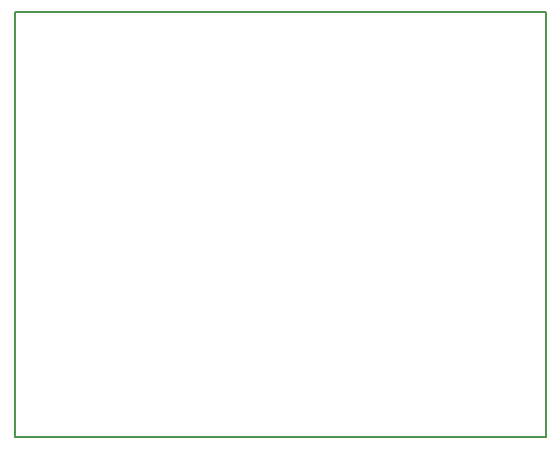
<source format=gbr>
G04 #@! TF.GenerationSoftware,KiCad,Pcbnew,(5.0.0-rc3)*
G04 #@! TF.CreationDate,2018-08-22T01:59:55-07:00*
G04 #@! TF.ProjectId,JIGU MATOME,4A494755204D41544F4D452E6B696361,rev?*
G04 #@! TF.SameCoordinates,Original*
G04 #@! TF.FileFunction,Profile,NP*
%FSLAX46Y46*%
G04 Gerber Fmt 4.6, Leading zero omitted, Abs format (unit mm)*
G04 Created by KiCad (PCBNEW (5.0.0-rc3)) date 08/22/18 01:59:55*
%MOMM*%
%LPD*%
G01*
G04 APERTURE LIST*
%ADD10C,0.200000*%
%ADD11C,0.150000*%
G04 APERTURE END LIST*
D10*
X164750000Y-81000000D02*
X164750000Y-117000000D01*
X119750000Y-81000000D02*
X164750000Y-81000000D01*
X119750000Y-117000000D02*
X119750000Y-81000000D01*
D11*
X119750000Y-117000000D02*
X164750000Y-117000000D01*
M02*

</source>
